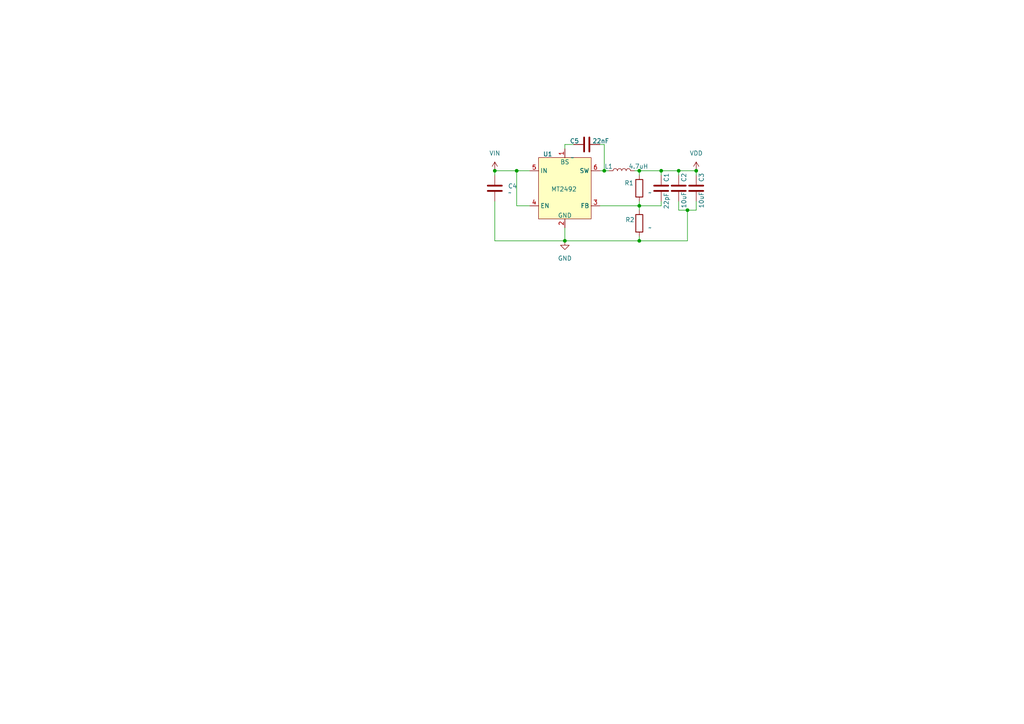
<source format=kicad_sch>
(kicad_sch (version 20250114) (generator "eeschema") (generator_version "9.0")
  (paper "A4")
  (lib_symbols
    (symbol "Ic_Power:Regulator-Buck-MT2492"
      (property "Reference" "U" (at 2.286 7.366 0))
      (symbol "Regulator-Buck-MT2492_1_0"
        (rectangle (start -7.62 6.35) (end 7.62 -11.43) (fill (type background)))
        (pin passive line (at -10.16 2.54 0) (length 2.54) (name "IN") (number "5"))
        (pin passive line (at -10.16 -7.62 0) (length 2.54) (name "EN") (number "4"))
        (pin passive line (at 0 8.89 270) (length 2.54) (name "") (number "1"))
        (pin passive line (at 0 -13.97 90) (length 2.54) (name "") (number "2"))
        (pin passive line (at 10.16 2.54 180) (length 2.54) (name "SW") (number "6"))
        (pin passive line (at 10.16 -7.62 180) (length 2.54) (name "FB") (number "3"))
      )
      (symbol "Regulator-Buck-MT2492_1_1"
        (text "MT2492" (at -0.254 -2.794 0) (effects (font (size 1.27 1.27))))
        (text "BS" (at 0 5.08 0) (effects (font (size 1.27 1.27))))
        (text "GND" (at 0 -10.414 0) (effects (font (size 1.27 1.27))))
      )
    )
    (symbol "POWER:GND" (power) (pin_numbers (hide yes)) (pin_names (offset 0) (hide yes))
      (property "Value" "GND" (at 0 -3.81 0))
      (symbol "GND_0_1"
        (polyline (pts (xy 0 0) (xy 0 -1.27) (xy 1.27 -1.27) (xy 0 -2.54) (xy -1.27 -1.27) (xy 0 -1.27)))
      )
      (symbol "GND_1_1"
        (pin power_in line (at 0 0 270) (length 0) (name "~") (number "1"))
      )
    )
    (symbol "POWER:VDD" (power) (pin_numbers (hide yes)) (pin_names (offset 0) (hide yes))
      (property "Value" "VDD" (at 0 3.556 0))
      (symbol "VDD_0_1"
        (polyline (pts (xy -0.762 1.27) (xy 0 2.54)))
        (polyline (pts (xy 0 2.54) (xy 0.762 1.27)))
        (polyline (pts (xy 0 0) (xy 0 2.54)))
      )
      (symbol "VDD_1_1"
        (pin power_in line (at 0 0 90) (length 0) (name "~") (number "1"))
      )
    )
    (symbol "Passive:C-Generic" (pin_numbers (hide yes)) (pin_names (offset 0.254))
      (property "Reference" "C" (at 0.635 2.54 0))
      (symbol "C-Generic_0_1"
        (polyline (pts (xy -2.032 0.762) (xy 2.032 0.762)) (stroke (width 0.508)))
        (polyline (pts (xy -2.032 -0.762) (xy 2.032 -0.762)) (stroke (width 0.508)))
      )
      (symbol "C-Generic_1_1"
        (pin passive line (at 0 3.81 270) (length 2.794) (name "~") (number "1"))
        (pin passive line (at 0 -3.81 90) (length 2.794) (name "~") (number "2"))
      )
    )
    (symbol "Passive:L-Generic" (pin_numbers (hide yes)) (pin_names (offset 1.016) (hide yes))
      (property "Reference" "L" (at -1.27 0 90))
      (symbol "L-Generic_0_1"
        (arc (start 0 2.54) (mid 0.6323 1.905) (end 0 1.27))
        (arc (start 0 1.27) (mid 0.6323 0.635) (end 0 0))
        (arc (start 0 0) (mid 0.6323 -0.635) (end 0 -1.27))
        (arc (start 0 -1.27) (mid 0.6323 -1.905) (end 0 -2.54))
      )
      (symbol "L-Generic_1_1"
        (pin passive line (at 0 3.81 270) (length 1.27) (name "1") (number "1"))
        (pin passive line (at 0 -3.81 90) (length 1.27) (name "2") (number "2"))
      )
    )
    (symbol "Passive:R-Generic" (pin_numbers (hide yes)) (pin_names (offset 0))
      (property "Reference" "R" (at 2.032 0 90))
      (symbol "R-Generic_0_1"
        (rectangle (start -1.016 2.54) (end 1.016 -2.54) (stroke (width 0.254)))
      )
      (symbol "R-Generic_1_1"
        (pin passive line (at 0 3.81 270) (length 1.27) (name "~") (number "1"))
        (pin passive line (at 0 -3.81 90) (length 1.27) (name "~") (number "2"))
      )
    )
  )
  (junction (at 185.42 59.69))
  (junction (at 185.42 69.85))
  (junction (at 163.83 69.85))
  (junction (at 191.77 49.53))
  (junction (at 199.39 60.96))
  (junction (at 201.93 49.53))
  (junction (at 175.26 49.53))
  (junction (at 143.51 49.53))
  (junction (at 196.85 49.53))
  (junction (at 149.86 49.53))
  (junction (at 185.42 49.53))
  (wire (pts (xy 143.51 49.53) (xy 143.51 50.8)))
  (wire (pts (xy 196.85 60.96) (xy 199.39 60.96)))
  (wire (pts (xy 143.51 69.85) (xy 163.83 69.85)))
  (wire (pts (xy 185.42 69.85) (xy 199.39 69.85)))
  (wire (pts (xy 201.93 58.42) (xy 201.93 60.96)))
  (wire (pts (xy 196.85 58.42) (xy 196.85 60.96)))
  (wire (pts (xy 173.99 59.69) (xy 185.42 59.69)))
  (wire (pts (xy 185.42 69.85) (xy 185.42 68.58)))
  (wire (pts (xy 191.77 59.69) (xy 185.42 59.69)))
  (wire (pts (xy 185.42 58.42) (xy 185.42 59.69)))
  (wire (pts (xy 149.86 59.69) (xy 153.67 59.69)))
  (wire (pts (xy 184.15 49.53) (xy 185.42 49.53)))
  (wire (pts (xy 149.86 49.53) (xy 153.67 49.53)))
  (wire (pts (xy 191.77 58.42) (xy 191.77 59.69)))
  (wire (pts (xy 191.77 49.53) (xy 196.85 49.53)))
  (wire (pts (xy 175.26 41.91) (xy 175.26 49.53)))
  (wire (pts (xy 173.99 49.53) (xy 175.26 49.53)))
  (wire (pts (xy 163.83 66.04) (xy 163.83 69.85)))
  (wire (pts (xy 176.53 49.53) (xy 175.26 49.53)))
  (wire (pts (xy 191.77 49.53) (xy 191.77 50.8)))
  (wire (pts (xy 201.93 49.53) (xy 201.93 50.8)))
  (wire (pts (xy 143.51 49.53) (xy 149.86 49.53)))
  (wire (pts (xy 185.42 49.53) (xy 185.42 50.8)))
  (wire (pts (xy 163.83 69.85) (xy 185.42 69.85)))
  (wire (pts (xy 199.39 69.85) (xy 199.39 60.96)))
  (wire (pts (xy 163.83 43.18) (xy 163.83 41.91)))
  (wire (pts (xy 149.86 49.53) (xy 149.86 59.69)))
  (wire (pts (xy 196.85 49.53) (xy 196.85 50.8)))
  (wire (pts (xy 185.42 49.53) (xy 191.77 49.53)))
  (wire (pts (xy 173.99 41.91) (xy 175.26 41.91)))
  (wire (pts (xy 199.39 60.96) (xy 201.93 60.96)))
  (wire (pts (xy 185.42 59.69) (xy 185.42 60.96)))
  (wire (pts (xy 163.83 41.91) (xy 166.37 41.91)))
  (wire (pts (xy 196.85 49.53) (xy 201.93 49.53)))
  (wire (pts (xy 143.51 58.42) (xy 143.51 69.85)))
  (symbol (lib_id "Passive:C-Generic") (at 201.93 54.61 0) (unit 1)
    (property "Reference" "C3" (at 203.454 52.832 90) (effects (justify left)))
    (property "Value" "10uF" (at 203.454 60.452 90) (effects (justify left)))
    (property "Description" "Unpolarized capacitor" (effects (hide yes)))
  )
  (symbol (lib_id "POWER:VDD") (at 201.93 49.53 0) (unit 1)
    (property "Reference" "#PWR01" (effects (hide yes)))
    (property "Value" "VDD" (at 201.93 44.45 0))
    (property "Description" "Power symbol creates a global label with name \"VDD\"" (effects (hide yes)))
  )
  (symbol (lib_id "Passive:L-Generic") (at 180.34 49.53 90) (unit 1)
    (property "Reference" "L1" (at 176.53 48.26 90))
    (property "Value" "4.7uH" (at 185.166 48.26 90))
    (property "Description" "Inductor" (effects (hide yes)))
  )
  (symbol (lib_id "Ic_Power:Regulator-Buck-MT2492") (at 163.83 52.07 0) (unit 1)
    (property "Reference" "U1" (at 157.48 44.704 0) (effects (justify left)))
    (property "Value" "~" (at 165.4811 45.72 0) (effects (justify left)))
    (property "Footprint" "ProLib_pcs_2025-05-08:SOT-23-6_L2.9-W1.6-P0.95-LS2.8-BL_3" (effects (hide yes)))
    (property "Datasheet" "https://atta.szlcsc.com/upload/public/pdf/source/20221209/5C81DA9662873D3A116170FFBF63E49D.pdf" (effects (hide yes)))
    (property "Description" "功能类型:降压型;输出类型:-;工作电压:4.5V~16V;输出电压:-;输出电流:2A;" (effects (hide yes)))
    (property "Manufacturer Part" "MT2492" (effects (hide yes)))
    (property "Manufacturer" "西安航天民芯" (effects (hide yes)))
    (property "Supplier Part" "C89358" (effects (hide yes)))
    (property "Supplier" "LCSC" (effects (hide yes)))
    (property "LCSC Part Name" "2A高效同步降压转换器" (effects (hide yes)))
  )
  (symbol (lib_id "Passive:C-Generic") (at 191.77 54.61 0) (unit 1)
    (property "Reference" "C1" (at 193.294 52.832 90) (effects (justify left)))
    (property "Value" "22pF" (at 193.294 60.706 90) (effects (justify left)))
    (property "Description" "Unpolarized capacitor" (effects (hide yes)))
  )
  (symbol (lib_id "Passive:R-Generic") (at 185.42 54.61 0) (unit 1)
    (property "Reference" "R1" (at 181.102 53.086 0) (effects (justify left)))
    (property "Value" "~" (at 187.96 55.88 0) (effects (justify left)))
    (property "Description" "Resistor" (effects (hide yes)))
  )
  (symbol (lib_id "Passive:R-Generic") (at 185.42 64.77 0) (unit 1)
    (property "Reference" "R2" (at 181.356 63.754 0) (effects (justify left)))
    (property "Value" "~" (at 187.96 66.04 0) (effects (justify left)))
    (property "Description" "Resistor" (effects (hide yes)))
  )
  (symbol (lib_id "Passive:C-Generic") (at 196.85 54.61 0) (unit 1)
    (property "Reference" "C2" (at 198.374 52.832 90) (effects (justify left)))
    (property "Value" "10uF" (at 198.374 60.452 90) (effects (justify left)))
    (property "Description" "Unpolarized capacitor" (effects (hide yes)))
  )
  (symbol (lib_id "Passive:C-Generic") (at 143.51 54.61 0) (unit 1)
    (property "Reference" "C4" (at 147.32 53.9749 0) (effects (justify left)))
    (property "Value" "~" (at 147.32 55.88 0) (effects (justify left)))
    (property "Description" "Unpolarized capacitor" (effects (hide yes)))
  )
  (symbol (lib_id "POWER:GND") (at 163.83 69.85 0) (unit 1)
    (property "Reference" "#PWR03" (effects (hide yes)))
    (property "Value" "GND" (at 163.83 74.93 0))
    (property "Description" "Power symbol creates a global label with name \"GND\" , ground" (effects (hide yes)))
  )
  (symbol (lib_id "POWER:VDD") (at 143.51 49.53 0) (unit 1)
    (property "Reference" "#PWR02" (effects (hide yes)))
    (property "Value" "VIN" (at 143.51 44.45 0))
    (property "Description" "Power symbol creates a global label with name \"VDD\"" (effects (hide yes)))
  )
  (symbol (lib_id "Passive:C-Generic") (at 170.18 41.91 90) (unit 1)
    (property "Reference" "C5" (at 166.624 40.894 90))
    (property "Value" "22nF" (at 174.244 40.894 90))
    (property "Description" "Unpolarized capacitor" (effects (hide yes)))
  )
)
</source>
